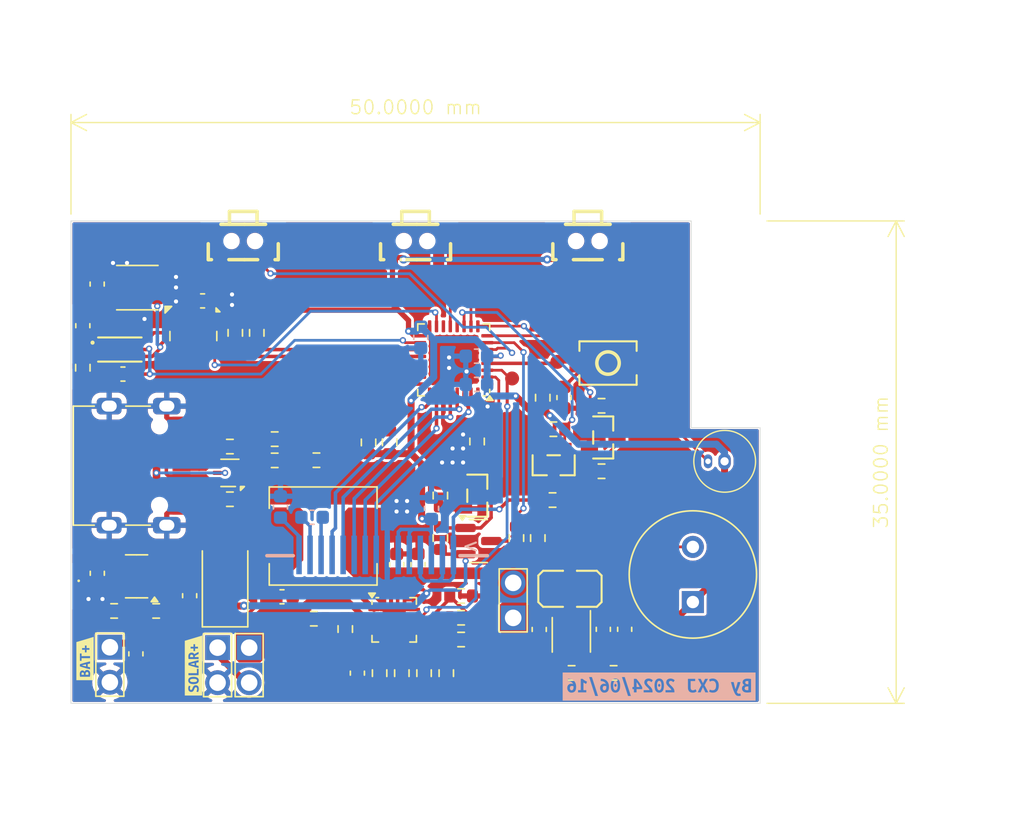
<source format=kicad_pcb>
(kicad_pcb (version 20240108) (generator "pcbnew") (generator_version "8.0")
  (layers (0 "F.Cu" signal) (31 "B.Cu" signal) (34 "B.Paste" user) (35 "F.Paste" user) (36 "B.SilkS" user "B.Silkscreen") (37 "F.SilkS" user "F.Silkscreen") (38 "B.Mask" user) (39 "F.Mask" user) (44 "Edge.Cuts" user))
  (net 0 "")
  (net 1 "+3.3V")
  (net 2 "Net-(BZ1-+)")
  (net 3 "Net-(J1-Pin_2)")
  (net 4 "GND")
  (net 5 "/Power/BAT+")
  (net 6 "Net-(U2-FB)")
  (net 7 "Net-(U1-VREF_SAMP)")
  (net 8 "Net-(J4-Pin_2)")
  (net 9 "/Power/VSTOR")
  (net 10 "+VIN")
  (net 11 "/MCU/NRST")
  (net 12 "/MCU/PB6")
  (net 13 "Net-(U9-XV0)")
  (net 14 "Net-(U9-XV)")
  (net 15 "Net-(U9-VG)")
  (net 16 "Net-(D1-K)")
  (net 17 "Net-(D2-A)")
  (net 18 "Net-(J1-Pin_1)")
  (net 19 "Net-(U1-LBST)")
  (net 20 "Net-(U2-L2)")
  (net 21 "Net-(U2-L1)")
  (net 22 "Net-(Q1-G)")
  (net 23 "Net-(Q1-D)")
  (net 24 "/MCU/PB7")
  (net 25 "Net-(Q3-D)")
  (net 26 "/MCU/PB3")
  (net 27 "Net-(Q4-D)")
  (net 28 "/MCU/PA3")
  (net 29 "/MCU/PA1")
  (net 30 "Net-(U3-CHRG)")
  (net 31 "Net-(U4-CC2)")
  (net 32 "Net-(R10-Pad1)")
  (net 33 "Net-(R11-Pad1)")
  (net 34 "Net-(U4-CC1)")
  (net 35 "Net-(U3-PROG)")
  (net 36 "Net-(U6-PH3)")
  (net 37 "/MCU/SWDIO")
  (net 38 "/MCU/SWCLK")
  (net 39 "/MCU/PA9")
  (net 40 "/MCU/PA10")
  (net 41 "Net-(U7-ADDR)")
  (net 42 "/peripherals/LED-")
  (net 43 "Net-(U1-VOC_SAMP)")
  (net 44 "Net-(U1-OK_HYST)")
  (net 45 "Net-(U1-VRDIV)")
  (net 46 "Net-(U1-OK_PROG)")
  (net 47 "Net-(U1-VBAT_OV)")
  (net 48 "Net-(U1-VBAT_UV)")
  (net 49 "/MCU/PA0")
  (net 50 "/MCU/PA8")
  (net 51 "/MCU/PA15")
  (net 52 "/MCU/PA2")
  (net 53 "/MCU/PB4")
  (net 57 "/MCU/PB1")
  (net 58 "/MCU/PB0")
  (net 59 "/MCU/PB5")
  (net 60 "/MCU/PC15")
  (net 61 "/MCU/PA5")
  (net 62 "/MCU/PC14")
  (net 63 "/MCU/PA4")
  (net 64 "/MCU/PA7")
  (net 65 "/MCU/PA6")
  (net 71 "/Power/USB-")
  (net 72 "/Power/USB+")
  (net 73 "/MCU/USB_P")
  (net 74 "/MCU/USB_N")
  (footprint "Package_SON:EPSON_CE-USON-10_USON-10_3.2x2.5mm_P0.7mm" (layer "F.Cu") (at 134.54 41.67125 -90)
    (property "Reference" "U10" (hide yes))
    (property "Value" "RX8900CE")
  )
  (footprint "Capacitor_SMD:C_0603_1608Metric" (layer "F.Cu") (at 146.44 66.13 -90)
    (property "Reference" "C4" (hide yes))
    (property "Value" "0.01uF")
  )
  (footprint "Resistor_SMD:R_0603_1608Metric" (layer "F.Cu") (at 137.58 41.44 90)
    (property "Reference" "R19" (hide yes))
    (property "Value" "5K")
  )
  (footprint "Resistor_SMD:R_0603_1608Metric" (layer "F.Cu") (at 151.2775 66.13 -90)
    (property "Reference" "RUV2" (hide yes))
    (property "Value" "5M")
  )
  (footprint "Package_DFN_QFN:VQFN-16-1EP_3x3mm_P0.5mm_EP1.68x1.68mm" (layer "F.Cu") (at 149.11 62.2625)
    (property "Reference" "U1" (hide yes))
    (property "Value" "BQ25504")
  )
  (footprint "My_Library:L2.2uh 2A" (layer "F.Cu") (at 161.863 60.01 180)
    (property "Reference" "L2" (hide yes))
    (property "Value" "2.2uH")
  )
  (footprint "Resistor_SMD:R_0603_1608Metric" (layer "F.Cu") (at 160.66 48.43)
    (property "Reference" "R24" (hide yes))
    (property "Value" "10K")
  )
  (footprint "LED_SMD:LED_0402_1005Metric" (layer "F.Cu") (at 126.22 58.34 90)
    (property "Reference" "D1" (hide yes))
    (property "Value" "LED")
  )
  (footprint "Resistor_SMD:R_0603_1608Metric" (layer "F.Cu") (at 148.0525 66.13 90)
    (property "Reference" "ROV1" (hide yes))
    (property "Value" "4.53M")
  )
  (footprint "Capacitor_SMD:C_0603_1608Metric" (layer "F.Cu") (at 135.21 39.12125)
    (property "Reference" "C19" (hide yes))
    (property "Value" "0.1uF")
  )
  (footprint "My_Library:TP" (layer "F.Cu") (at 161 43.57)
    (property "Reference" "TP8" (hide yes))
    (property "Value" "~")
  )
  (footprint "Package_TO_SOT_SMD:SOT-23" (layer "F.Cu") (at 155.2175 56.545)
    (property "Reference" "Q1" (hide yes))
    (property "Value" "AO3401")
  )
  (footprint "My_Library:SW-SMD_L4.7-W3.5-P3.35-EH" (layer "F.Cu") (at 163.16 35.061)
    (property "Reference" "SW3" (hide yes))
    (property "Value" "SW" (hide yes))
  )
  (footprint "Resistor_SMD:R_0603_1608Metric" (layer "F.Cu") (at 155.124 49.322 90)
    (property "Reference" "R15" (hide yes))
    (property "Value" "10K")
  )
  (footprint "Resistor_SMD:R_0603_1608Metric" (layer "F.Cu") (at 140.44 50.69)
    (property "Reference" "R10" (hide yes))
    (property "Value" "22")
  )
  (footprint "Resistor_SMD:R_0603_1608Metric" (layer "F.Cu") (at 153.965 63.69)
    (property "Reference" "ROK3" (hide yes))
    (property "Value" "3.48M")
  )
  (footprint "Package_SON:WSON-10-1EP_2.5x2.5mm_P0.5mm_EP1.2x2mm" (layer "F.Cu") (at 161.963 63.35 -90)
    (property "Reference" "U2" (hide yes))
    (property "Value" "RTL6150BGQW")
  )
  (footprint "Resistor_SMD:R_0603_1608Metric" (layer "F.Cu") (at 128.79 61.615 180)
    (property "Reference" "R13" (hide yes))
    (property "Value" "2K")
  )
  (footprint "Capacitor_SMD:C_0603_1608Metric" (layer "F.Cu") (at 134.27 60.51 90)
    (property "Reference" "C10" (hide yes))
    (property "Value" "4.7uF")
  )
  (footprint "My_Library:SW-SMD_L4.7-W3.5-P3.35-EH" (layer "F.Cu") (at 138.16 35.061)
    (property "Reference" "SW1" (hide yes))
    (property "Value" "SW" (hide yes))
  )
  (footprint "Package_DFN_QFN:QFN-32-1EP_5x5mm_P0.5mm_EP3.45x3.45mm" (layer "F.Cu") (at 153.43 43.4025 180)
    (property "Reference" "U6" (hide yes))
    (property "Value" "STM32L432KCUx")
  )
  (footprint "My_Library:2p_2.54" (layer "F.Cu") (at 138.46 65.55 -90)
    (property "Reference" "J1" (hide yes))
    (property "Value" "Solar Cell")
  )
  (footprint "Resistor_SMD:R_0603_1608Metric" (layer "F.Cu") (at 147.25 49.39 -90)
    (property "Reference" "R16" (hide yes))
    (property "Value" "10K")
  )
  (footprint "Resistor_SMD:R_0603_1608Metric" (layer "F.Cu") (at 157.98 56.33 90)
    (property "Reference" "R2" (hide yes))
    (property "Value" "20K")
  )
  (footprint "Package_DFN_QFN:DFN-6-1EP_3x3mm_P1mm_EP1.5x2.4mm" (layer "F.Cu") (at 130.475 38.16 180)
    (property "Reference" "U8" (hide yes))
    (property "Value" "HTU21D")
  )
  (footprint "Resistor_SMD:R_0603_1608Metric" (layer "F.Cu") (at 152.46 53.245 90)
    (property "Reference" "R3" (hide yes))
    (property "Value" "10K")
  )
  (footprint "Resistor_SMD:R_0603_1608Metric" (layer "F.Cu") (at 165.03 66.11 180)
    (property "Reference" "R5" (hide yes))
    (property "Value" "487K")
  )
  (footprint "Package_TO_SOT_SMD:SOT-666" (layer "F.Cu") (at 137.19 51.6 180)
    (property "Reference" "U5" (hide yes))
    (property "Value" "USBLC6-2P6")
  )
  (footprint "Resistor_SMD:R_0603_1608Metric" (layer "F.Cu") (at 145.56 62.93 90)
    (property "Reference" "ROC1" (hide yes))
    (property "Value" "15M")
  )
  (footprint "Resistor_SMD:R_0603_1608Metric" (layer "F.Cu") (at 164.155 46.73 180)
    (property "Reference" "R22" (hide yes))
    (property "Value" "10K")
  )
  (footprint "My_Library:TP" (layer "F.Cu") (at 148.8508 47.0654)
    (property "Reference" "TP7" (hide yes))
    (property "Value" "~")
  )
  (footprint "Resistor_SMD:R_0603_1608Metric" (layer "F.Cu") (at 143.47 50.68)
    (property "Reference" "R7" (hide yes))
    (property "Value" "1.5K")
  )
  (footprint "Resistor_SMD:R_0603_1608Metric" (layer "F.Cu") (at 148.78 49.38 -90)
    (property "Reference" "R17" (hide yes))
    (property "Value" "10K")
  )
  (footprint "Resistor_SMD:R_0603_1608Metric" (layer "F.Cu") (at 164.155 51.48)
    (property "Reference" "R21" (hide yes))
    (property "Value" "5K")
  )
  (footprint "My_Library:TP" (layer "F.Cu") (at 145.7908 50.4854)
    (property "Reference" "TP5" (hide yes))
    (property "Value" "~")
  )
  (footprint "Resistor_SMD:R_0603_1608Metric" (layer "F.Cu") (at 149.665 66.13 -90)
    (property "Reference" "ROV2" (hide yes))
    (property "Value" "5.62M")
  )
  (footprint "Capacitor_SMD:C_0603_1608Metric" (layer "F.Cu") (at 165.833 62.95 -90)
    (property "Reference" "C9" (hide yes))
    (property "Value" "0.1uF")
  )
  (footprint "My_Library:SOT-23-3_L2.9-W1.3-P1.90-LS2.4-BR" (layer "F.Cu") (at 160.68 51.0458 90)
    (property "Reference" "Q4" (hide yes))
    (property "Value" "BSN20_C558103")
  )
  (footprint "Resistor_SMD:R_0603_1608Metric" (layer "F.Cu") (at 160.6 53.57 180)
    (property "Reference" "R23" (hide yes))
    (property "Value" "5K")
  )
  (footprint "My_Library:2p_2.54" (layer "F.Cu") (at 128.353 65.52 -90)
    (property "Reference" "J3" (hide yes))
    (property "Value" "BAT")
  )
  (footprint "Resistor_SMD:R_0603_1608Metric" (layer "F.Cu") (at 126.52 43.97 90)
    (property "Reference" "R20" (hide yes))
    (property "Value" "100K")
  )
  (footprint "Resistor_SMD:R_0603_1608Metric" (layer "F.Cu") (at 137.19 49.69)
    (property "Reference" "R12" (hide yes))
    (property "Value" "5.1K")
  )
  (footprint "kibuzzard-666E9537" (layer "F.Cu") (at 134.55 65.578 90)
    (property "Reference" "kibuzzard-666E9537" (hide yes))
    (property "Value" "G***" (hide yes))
  )
  (footprint "My_Library:TP" (layer "F.Cu") (at 157.7148 44.7754)
    (property "Reference" "TP11" (hide yes))
    (property "Value" "~")
  )
  (footprint "Resistor_SMD:R_0603_1608Metric" (layer "F.Cu") (at 161.983 66.11 180)
    (property "Reference" "R6" (hide yes))
    (property "Value" "86.6K")
  )
  (footprint "Resistor_SMD:R_0603_1608Metric" (layer "F.Cu") (at 153.965 62.11 180)
    (property "Reference" "ROK2" (hide yes))
    (property "Value" "3.32M")
  )
  (footprint "Resistor_SMD:R_0603_1608Metric" (layer "F.Cu") (at 159.53 56.33 -90)
    (property "Reference" "R4" (hide yes))
    (property "Value" "20K")
  )
  (footprint "Capacitor_SMD:C_0603_1608Metric" (layer "F.Cu") (at 149.29 58.255 90)
    (property "Reference" "C5" (hide yes))
    (property "Value" "0.1uF")
  )
  (footprint "My_Library:WSOF-6_L2.6-W1.6-P0.50-TL-EP" (layer "F.Cu") (at 129.20525 42.65)
    (property "Reference" "U7" (hide yes))
    (property "Value" "BH1750FVI-TR" (hide yes))
  )
  (footprint "Capacitor_SMD:C_0603_1608Metric" (layer "F.Cu") (at 127.57 58.885 -90)
    (property "Reference" "C11" (hide yes))
    (property "Value" "4.7uF")
  )
  (footprint "Resistor_SMD:R_0603_1608Metric" (layer "F.Cu") (at 143.28 62.18 180)
    (property "Reference" "ROC2" (hide yes))
    (property "Value" "5M")
  )
  (footprint "Resistor_SMD:R_0603_1608Metric" (layer "F.Cu") (at 152.46 56.33 90)
    (property "Reference" "R1" (hide yes))
    (property "Value" "10K")
  )
  (footprint "Buzzer_Beeper:MagneticBuzzer_PUI_AT-0927-TT-6-R" (layer "F.Cu") (at 170.78 60.97 90)
    (property "Reference" "BZ1" (hide yes))
    (property "Value" "Buzzer")
  )
  (footprint "Capacitor_SMD:C_0603_1608Metric" (layer "F.Cu") (at 161.43 46.135 -90)
    (property "Reference" "C14" (hide yes))
    (property "Value" "104")
  )
  (footprint "My_Library:TP" (layer "F.Cu") (at 129.978 56.688)
    (property "Reference" "TP9" (hide yes))
    (property "Value" "~")
  )
  (footprint "My_Library:TP" (layer "F.Cu") (at 147.2808 47.0754)
    (property "Reference" "TP6" (hide yes))
    (property "Value" "~")
  )
  (footprint "My_Library:SOT-23-3_L2.9-W1.3-P1.90-LS2.4-BR" (layer "F.Cu") (at 164.27565 49.03 180)
    (property "Reference" "Q3" (hide yes))
    (property "Value" "BSN20_C558103")
  )
  (footprint "Capacitor_SMD:C_0603_1608Metric" (layer "F.Cu") (at 150.84 58.25 90)
    (property "Reference" "C6" (hide yes))
    (property "Value" "4.7uF")
  )
  (footprint "Resistor_SMD:R_0603_1608Metric" (layer "F.Cu") (at 140.44 49.15)
    (property "Reference" "R11" (hide yes))
    (property "Value" "22")
  )
  (footprint "My_Library:SW-SMD_L4.0-W2.9-LS5.0" (layer "F.Cu") (at 164.625 43.63)
    (property "Reference" "SW5" (hide yes))
    (property "Value" "SW")
  )
  (footprint "Resistor_SMD:R_0603_1608Metric" (layer "F.Cu") (at 137.19 53.51 180)
    (property "Reference" "R9" (hide yes))
    (property "Value" "5.1")
  )
  (footprint "Inductor_SMD:L_Chilisin_BMRx00060630" (layer "F.Cu") (at 143.955 56.18)
    (property "Reference" "L1" (hide yes))
    (property "Value" "22uH")
  )
  (footprint "Resistor_SMD:R_0603_1608Metric" (layer "F.Cu") (at 139.14 41.44 90)
    (property "Reference" "R18" (hide yes))
    (property "Value" "5K")
  )
  (footprint "Resistor_SMD:R_0603_1608Metric" (layer "F.Cu") (at 153.965 60.53 180)
    (property "Reference" "ROK1" (hide yes))
    (property "Value" "3.09M")
  )
  (footprint "Capacitor_SMD:C_0603_1608Metric" (layer "F.Cu") (at 127.56 37.9 90)
    (property "Reference" "C17" (hide yes))
    (property "Value" "0.1uF")
  )
  (footprint "My_Library:2p_2.54" (layer "F.Cu") (at 136.17 65.55 -90)
    (property "Reference" "J2" (hide yes))
    (property "Value" "Solar Cell")
  )
  (footprint "kibuzzard-666E94AD" (layer "F.Cu") (at 126.676 65.07 90)
    (property "Reference" "kibuzzard-666E94AD" (hide yes))
    (property "Value" "G***" (hide yes))
  )
  (footprint "Resistor_SMD:R_0603_1608Metric" (layer "F.Cu") (at 159.89 46.145 -90)
    (property "Reference" "R14" (hide yes))
    (property "Value" "10K")
  )
  (footprint "Diode_SMD:D_SMA" (layer "F.Cu") (at 136.84 59.26 90)
    (property "Reference" "D2" (hide yes))
    (property "Value" "1N5819")
  )
  (footprint "Resistor_SMD:R_0603_1608Metric" (layer "F.Cu") (at 152.89 66.13 90)
    (property "Reference" "RUV1" (hide yes))
    (property "Value" "5M")
  )
  (footprint "Capacitor_SMD:C_0603_1608Metric" (layer "F.Cu") (at 140.97 60.59)
    (property "Reference" "C1" (hide yes))
    (property "Value" "4.7uF")
  )
  (footprint "Capacitor_SMD:C_0603_1608Metric" (layer "F.Cu") (at 129.43 44.43 180)
    (property "Reference" "C16" (hide yes))
    (property "Value" "0.1uF")
  )
  (footprint "My_Library:typec 12" (layer "F.Cu") (at 130.399 50.82 -90)
    (property "Reference" "U4" (hide yes))
    (property "Value" "TYPE-C-31-M-12_母座")
  )
  (footprint "Package_TO_SOT_SMD:SOT-23-6" (layer "F.Cu") (at 130.42 59.105 180)
    (property "Reference" "U3" (hide yes))
    (property "Value" "TP4057")
  )
  (footprint "Capacitor_SMD:C_0603_1608Metric" (layer "F.Cu") (at 164.283 62.95 -90)
    (property "Reference" "C8" (hide yes))
    (property "Value" "20uF")
  )
  (footprint "My_Library:SW-TH_SW-18010P" (layer "F.Cu") (at 172.48 50.76)
    (property "Reference" "SW4" (hide yes))
    (property "Value" "SW-18010P")
  )
  (footprint "Capacitor_SMD:C_0603_1608Metric" (layer "F.Cu") (at 159.633 62.96 -90)
    (property "Reference" "C7" (hide yes))
    (property "Value" "10uF")
  )
  (footprint "Capacitor_SMD:C_0603_1608Metric" (layer "F.Cu") (at 130.37 64.73 -90)
    (property "Reference" "C2" (hide yes))
    (property "Value" "100uF")
  )
  (footprint "My_Library:TP" (layer "F.Cu") (at 142.9828 46.2994)
    (property "Reference" "TP4" (hide yes))
    (property "Value" "~")
  )
  (footprint "My_Library:SOT-23-3_L2.9-W1.3-P1.90-LS2.4-BR" (layer "F.Cu") (at 155.14 53.255 180)
    (property "Reference" "Q2" (hide yes))
    (property "Value" "BSN20_C558103")
  )
  (footprint "My_Library:2p_2.54" (layer "F.Cu") (at 157.87 60.85 90)
    (property "Reference" "J4" (hide yes))
    (property "Value" "Solar Cell")
  )
  (footprint "My_Library:TP" (layer "F.Cu") (at 166.98 64.92)
    (property "Reference" "TP10" (hide yes))
    (property "Value" "~")
  )
  (footprint "Capacitor_SMD:C_0603_1608Metric" (layer "F.Cu") (at 126.52 40.92 90)
    (property "Reference" "C15" (hide yes))
    (property "Value" "0.1uF")
  )
  (footprint "My_Library:SW-SMD_L4.7-W3.5-P3.35-EH" (layer "F.Cu") (at 150.66 35.061)
    (property "Reference" "SW2" (hide yes))
    (property "Value" "SW" (hide yes))
  )
  (footprint "Resistor_SMD:R_0603_1608Metric" (layer "F.Cu") (at 131.84 61.615)
    (property "Reference" "R8" (hide yes))
    (property "Value" "2K")
  )
  (footprint "kibuzzard-666E9566" (layer "B.Cu") (at 168.332 67.102 180)
    (property "Reference" "kibuzzard-666E9566" (hide yes))
    (property "Value" "G***" (hide yes))
  )
  (footprint "My_Library:MF1286403" (layer "B.Cu") (at 147.8065 56.9535 180)
    (property "Reference" "U9" (hide yes))
    (property "Value" "MF1286403" (hide yes))
  )
  (footprint "Capacitor_SMD:C_0603_1608Metric" (layer "B.Cu") (at 155.08 45.18 180)
    (property "Reference" "C12" (hide yes))
    (property "Value" "0.1uF")
  )
  (footprint "Capacitor_SMD:C_0603_1608Metric" (layer "B.Cu") (at 151.82 54.17 90)
    (property "Reference" "C18" (hide yes))
    (property "Value" "0.1uF")
  )
  (footprint "Capacitor_SMD:C_0603_1608Metric" (layer "B.Cu") (at 151.04 41.77 -90)
    (property "Reference" "C13" (hide yes))
    (property "Value" "0.1uF")
  )
  (footprint "Capacitor_SMD:C_0603_1608Metric" (layer "B.Cu") (at 143.15 54.82 180)
    (property "Reference" "C20" (hide yes))
    (property "Value" "NC")
  )
  (footprint "Capacitor_SMD:C_0603_1608Metric" (layer "B.Cu") (at 140.86 54.07 90)
    (property "Reference" "C21" (hide yes))
    (property "Value" "NC")
  )
  (footprint "Capacitor_SMD:C_0603_1608Metric" (layer "B.Cu") (at 155.08 43.13 180)
    (property "Reference" "C22" (hide yes))
    (property "Value" "0.1uF")
  )
  (gr_line (start 175.66 68.32) (end 175.66 48.32) (stroke (width 0.05)) (layer "Edge.Cuts"))
  (gr_line (start 170.66 48.32) (end 175.66 48.32) (stroke (width 0.05)) (layer "Edge.Cuts"))
  (gr_line (start 175.66 68.32) (end 125.66 68.32) (stroke (width 0.05)) (layer "Edge.Cuts"))
  (gr_line (start 125.66 33.32) (end 125.66 68.32) (stroke (width 0.05)) (layer "Edge.Cuts"))
  (gr_line (start 170.66 33.32) (end 170.66 48.32) (stroke (width 0.05)) (layer "Edge.Cuts"))
  (gr_line (start 125.66 33.32) (end 170.66 33.32) (stroke (width 0.05)) (layer "Edge.Cuts"))
  (gr_text ">" (at 155.378 57.45 0) (layer "B.SilkS") (effects (font (size 1 1)) (justify left bottom mirror)))
  (dimension (type aligned) (layer "F.SilkS") (pts (xy 175.66 33.32) (xy 175.66 68.32)) (height -9.87) (gr_text "35.0000 mm" (at 184.43 50.82 90) (layer "F.SilkS") (effects (font (size 1 1) (thickness 0.1)))) (format (prefix "") (suffix "") (units 3) (units_format 1) (precision 4)) (style (thickness 0.1) (arrow_length 1.27) (text_position_mode 0) (extension_height 0.58642) (extension_offset 0.5) keep_text_aligned))
  (dimension (type aligned) (layer "F.SilkS") (pts (xy 125.66 33.32) (xy 175.66 33.32)) (height -7.14) (gr_text "50.0000 mm" (at 150.66 25.08 0) (layer "F.SilkS") (effects (font (size 1 1) (thickness 0.1)))) (format (prefix "") (suffix "") (units 3) (units_format 1) (precision 4)) (style (thickness 0.1) (arrow_length 1.27) (text_position_mode 0) (extension_height 0.58642) (extension_offset 0.5) keep_text_aligned))
  (segment (start 150.15 41.32) (end 150.15 40.538) (width 0.381) (layer "F.Cu") (net 1))
  (segment (start 165.833 62.175) (end 169.575 62.175) (width 0.508) (layer "F.Cu") (net 1))
  (segment (start 165.858 66.052) (end 166.96 64.95) (width 0.254) (layer "F.Cu") (net 1))
  (segment (start 147.26 50.205) (end 147.25 50.215) (width 0.508) (layer "F.Cu") (net 1))
  (segment (start 160.204 36.114) (end 161.349 36.114) (width 0.381) (layer "F.Cu") (net 1))
  (segment (start 127.47 38.665) (end 127.47 40.91) (width 0.254) (layer "F.Cu") (net 1))
  (segment (start 151.1 54.89) (end 151.1 50.97) (width 0.508) (layer "F.Cu") (net 1))
  (segment (start 149.407 39.795) (end 148.985 39.373) (width 0.381) (layer "F.Cu") (net 1))
  (segment (start 127.47 40.91) (end 126.685 41.695) (width 0.254) (layer "F.Cu") (net 1))
  (segment (start 148.78 50.205) (end 147.26 50.205) (width 0.508) (layer "F.Cu") (net 1))
  (segment (start 139.96 39.74) (end 137.83 37.61) (width 0.381) (layer "F.Cu") (net 1))
  (segment (start 139.96 39.795) (end 139.14 40.615) (width 0.381) (layer "F.Cu") (net 1))
  (segment (start 166.96 64.95) (end 166.96 63.302) (width 0.254) (layer "F.Cu") (net 1))
  (segment (start 151.13 54.92) (end 151.1 54.89) (width 0.508) (layer "F.Cu") (net 1))
  (segment (start 160.36 47.44) (end 159.89 46.97) (width 0.508) (layer "F.Cu") (net 1))
  (segment (start 134.435 38.225) (end 134.435 39.12125) (width 0.381) (layer "F.Cu") (net 1))
  (segment (start 148.985 35.978) (end 149.654 35.978) (width 0.381) (layer "F.Cu") (net 1))
  (segment (start 173.08 58.67) (end 170.78 60.97) (width 0.508) (layer "F.Cu") (net 1))
  (segment (start 139.96 39.795) (end 139.96 39.74) (width 0.381) (layer "F.Cu") (net 1))
  (segment (start 151.1 50.97) (end 150.335 50.205) (width 0.508) (layer "F.Cu") (net 1))
  (segment (start 135.05 37.61) (end 137.83 37.61) (width 0.381) (layer "F.Cu") (net 1))
  (segment (start 129.005 38.145) (end 128.09 38.145) (width 0.254) (layer "F.Cu") (net 1))
  (segment (start 144.295 50.68) (end 145.52 50.68) (width 0.508) (layer "F.Cu") (net 1))
  (segment (start 139.96 39.795) (end 149.407 39.795) (width 0.381) (layer "F.Cu") (net 1))
  (segment (start 156.7675 43.1525) (end 155.8675 43.1525) (width 0.254) (layer "F.Cu") (net 1))
  (segment (start 135.05 37.61) (end 134.435 38.225) (width 0.381) (layer "F.Cu") (net 1))
  (segment (start 127.57 38.665) (end 127.47 38.665) (width 0.254) (layer "F.Cu") (net 1))
  (segment (start 166.96 63.302) (end 165.833 62.175) (width 0.254) (layer "F.Cu") (net 1))
  (segment (start 127.03 35.54) (end 126.55 36.02) (width 0.381) (layer "F.Cu") (net 1))
  (segment (start 150.9925 41.6525) (end 150.4825 41.6525) (width 0.254) (layer "F.Cu") (net 1))
  (segment (start 156.83 43.09) (end 156.7675 43.1525) (width 0.254) (layer "F.Cu") (net 1))
  (segment (start 161.349 36.114) (end 161.485 35.978) (width 0.381) (layer "F.Cu") (net 1))
  (segment (start 135.24 40.62125) (end 135.24 39.92625) (width 0.254) (layer "F.Cu") (net 1))
  (segment (start 173.08 50.76) (end 173.08 58.67) (width 0.508) (layer "F.Cu") (net 1))
  (segment (start 126.55 36.02) (end 126.55 38.43) (width 0.381) (layer "F.Cu") (net 1))
  (segment (start 139.14 40.615) (end 137.58 40.615) (width 0.381) (layer "F.Cu") (net 1))
  (segment (start 150.15 40.538) (end 149.407 39.795) (width 0.381) (layer "F.Cu") (net 1))
  (segment (start 145.52 50.68) (end 145.74 50.46) (width 0.508) (layer "F.Cu") (net 1))
  (segment (start 149.654 35.978) (end 149.79 36.114) (width 0.381) (layer "F.Cu") (net 1))
  (segment (start 126.55 38.43) (end 126.785 38.665) (width 0.381) (layer "F.Cu") (net 1))
  (segment (start 145.985 50.215) (end 145.74 50.46) (width 0.508) (layer "F.Cu") (net 1))
  (segment (start 128.09 38.145) (end 127.57 38.665) (width 0.254) (layer "F.Cu") (net 1))
  (segment (start 165.858 66.06) (end 165.858 66.052) (width 0.254) (layer "F.Cu") (net 1))
  (segment (start 134.54 40.62125) (end 134.54 39.22625) (width 0.254) (layer "F.Cu") (net 1))
  (segment (start 126.685 41.695) (end 126.52 41.695) (width 0.254) (layer "F.Cu") (net 1))
  (segment (start 155.86 45.89) (end 155.86 45.16) (width 0.254) (layer "F.Cu") (net 1))
  (segment (start 157.918 46.02) (end 158.868 46.97) (width 0.508) (layer "F.Cu") (net 1))
  (segment (start 169.575 62.175) (end 170.78 60.97) (width 0.508) (layer "F.Cu") (net 1))
  (segment (start 135.05 37.61) (end 132.98 35.54) (width 0.381) (layer "F.Cu") (net 1))
  (segment (start 148.985 39.373) (end 148.985 35.978) (width 0.381) (layer "F.Cu") (net 1))
  (segment (start 132.98 35.54) (end 127.03 35.54) (width 0.381) (layer "F.Cu") (net 1))
  (segment (start 127.77825 42.15) (end 126.975 42.15) (width 0.254) (layer "F.Cu") (net 1))
  (segment (start 150.335 50.205) (end 150.335 46.355) (width 0.508) (layer "F.Cu") (net 1))
  (segment (start 147.25 50.215) (end 145.985 50.215) (width 0.508) (layer "F.Cu") (net 1))
  (segment (start 126.975 42.15) (end 126.52 41.695) (width 0.254) (layer "F.Cu") (net 1))
  (segment (start 136.485 35.978) (end 136.485 37.005) (width 0.381) (layer "F.Cu") (net 1))
  (segment (start 155.86 45.16) (end 155.8675 45.1525) (width 0.254) (layer "F.Cu") (net 1))
  (segment (start 158.868 46.97) (end 159.89 46.97) (width 0.508) (layer "F.Cu") (net 1))
  (segment (start 160.41 47.44) (end 160.36 47.44) (width 0.508) (layer "F.Cu") (net 1))
  (segment (start 150.335 50.205) (end 148.78 50.205) (width 0.508) (layer "F.Cu") (net 1))
  (segment (start 135.24 39.92625) (end 134.435 39.12125) (width 0.254) (layer "F.Cu") (net 1))
  (segment (start 126.785 38.665) (end 127.47 38.665) (width 0.381) (layer "F.Cu") (net 1))
  (segment (start 136.485 37.005) (end 137.09 37.61) (width 0.381) (layer "F.Cu") (net 1))
  (segment (start 150.4825 41.6525) (end 150.15 41.32) (width 0.254) (layer "F.Cu") (net 1))
  (via (at 151.13 54.92) (size 0.4572) (drill 0.254) (layers "F.Cu" "B.Cu") (net 1))
  (via (at 149.79 36.114) (size 0.6) (drill 0.3) (layers "F.Cu" "B.Cu") (net 1))
  (via (at 160.41 47.44) (size 0.4572) (drill 0.254) (layers "F.Cu" "B.Cu") (net 1))
  (via (at 150.335 46.355) (size 0.4572) (drill 0.254) (layers "F.Cu" "B.Cu") (net 1))
  (via (at 157.918 46.02) (size 0.4572) (drill 0.254) (layers "F.Cu" "B.Cu") (net 1))
  (via (at 160.204 36.114) (size 0.6) (drill 0.3) (layers "F.Cu" "B.Cu") (net 1))
  (via (at 150.15 41.32) (size 0.4572) (drill 0.254) (layers "F.Cu" "B.Cu") (net 1))
  (via (at 156.83 43.09) (size 0.4572) (drill 0.254) (layers "F.Cu" "B.Cu") (net 1))
  (via (at 155.86 45.89) (size 0.4572) (drill 0.254) (layers "F.Cu" "B.Cu") (net 1))
  (segment (start 151.8065 54.9585) (end 151.82 54.945) (width 0.254) (layer "B.Cu") (net 1))
  (segment (start 151.805 54.96) (end 151.82 54.945) (width 0.508) (layer "B.Cu") (net 1))
  (segment (start 172.49 49.52) (end 162.49 49.52) (width 0.508) (layer "B.Cu") (net 1))
  (segment (start 162.49 49.52) (end 160.41 47.44) (width 0.508) (layer "B.Cu") (net 1))
  (segment (start 157.918 46.02) (end 155.99 46.02) (width 0.508) (layer "B.Cu") (net 1))
  (segment (start 149.59 55.7) (end 150.43 55.7) (width 0.254) (layer "B.Cu") (net 1))
  (segment (start 151.975 44.645) (end 151.975 41.93) (width 0.508) (layer "B.Cu") (net 1))
  (segment (start 150.2065 55.9235) (end 150.43 55.7) (width 0.254) (layer "B.Cu") (net 1))
  (segment (start 149.4065 55.8835) (end 149.59 55.7) (width 0.254) (layer "B.Cu") (net 1))
  (segment (start 151.17 54.96) (end 151.805 54.96) (width 0.508) (layer "B.Cu") (net 1))
  (segment (start 151.8065 55.89) (end 151.8065 54.9585) (width 0.254) (layer "B.Cu") (net 1))
  (segment (start 173.08 50.11) (end 172.49 49.52) (width 0.508) (layer "B.Cu") (net 1))
  (segment (start 155.99 46.02) (end 155.86 45.89) (width 0.508) (layer "B.Cu") (net 1))
  (segment (start 155.86 45.89) (end 155.86 45.195) (width 0.508) (layer "B.Cu") (net 1))
  (segment (start 149.4065 57.5535) (end 149.4065 55.8835) (width 0.254) (layer "B.Cu") (net 1))
  (segment (start 155.855 43.13) (end 155.855 45.18) (width 0.508) (layer "B.Cu") (net 1))
  (segment (start 150.335 46.285) (end 151.975 44.645) (width 0.508) (layer "B.Cu") (net 1))
  (segment (start 155.86 45.195) (end 155.855 45.19) (width 0.254) (layer "B.Cu") (net 1))
  (segment (start 151.8065 57.5535) (end 151.8065 55.89) (width 0.254) (layer "B.Cu") (net 1))
  (segment (start 150.335 46.355) (end 150.335 46.285) (width 0.508) (layer "B.Cu") (net 1))
  (segment (start 173.08 50.76) (end 173.08 50.11) (width 0.508) (layer "B.Cu") (net 1))
  (segment (start 151.975 41.93) (end 151.04 40.995) (width 0.508) (layer "B.Cu") (net 1))
  (segment (start 156.79 43.13) (end 155.855 43.13) (width 0.254) (layer "B.Cu") (net 1))
  (segment (start 155.855 43.13) (end 155.855 42.765) (width 0.508) (layer "B.Cu") (net 1))
  (segment (start 155.855 42.765) (end 155.02 41.93) (width 0.508) (layer "B.Cu") (net 1))
  (segment (start 156.83 43.09) (end 156.79 43.13) (width 0.254) (layer "B.Cu") (net 1))
  (segment (start 150.43 55.7) (end 151.6165 55.7) (width 0.254) (layer "B.Cu") (net 1))
  (segment (start 151.6165 55.7) (end 151.8065 55.89) (width 0.254) (layer "B.Cu") (net 1))
  (segment (start 150.715 41.32) (end 151.04 40.995) (width 0.508) (layer "B.Cu") (net 1))
  (segment (start 150.2065 57.5535) (end 150.2065 55.9235) (width 0.254) (layer "B.Cu") (net 1))
  (segment (start 149.79 36.114) (end 160.204 36.114) (width 0.381) (layer "B.Cu") (net 1))
  (segment (start 151.13 54.92) (end 151.17 54.96) (width 0.508) (layer "B.Cu") (net 1))
  (segment (start 155.02 41.93) (end 151.975 41.93) (width 0.508) (layer "B.Cu") (net 1))
  (segment (start 150.15 41.32) (end 150.715 41.32) (width 0.508) (layer "B.Cu") (net 1))
  (segment (start 168.79 56.97) (end 170.78 56.97) (width 0.2) (layer "F.Cu") (net 2))
  (segment (start 164.98 51.48) (end 164.98 53.16) (width 0.2) (layer "F.Cu") (net 2))
  (segment (start 164.98 53.16) (end 168.79 56.97) (width 0.2) (layer "F.Cu") (net 2))
  (segment (start 138.34 66.82) (end 138.587 66.82) (width 0.508) (layer "F.Cu") (net 3))
  (segment (start 136.297 64.28) (end 136.297 64.777) (width 0.508) (layer "F.Cu") (net 3))
  (segment (start 136.297 64.777) (end 138.34 66.82) (width 0.508) (layer "F.Cu") (net 3))
  (segment (start 137.344 50.361) (end 138.015 49.69) (width 0.254) (layer "F.Cu") (net 4))
  (segment (start 155.18 46.215896) (end 155.18 45.84) (width 0.254) (layer "F.Cu") (net 4))
  (segment (start 141.745 60.59) (end 141.745 59.907) (width 0.381) (layer "F.Cu") (net 4))
  (segment (start 137.606 51.6) (end 137.598 51.608) (width 0.254) (layer "F.Cu") (net 4))
  (segment (start 137.344 51.354) (end 137.344 50.361) (width 0.254) (layer "F.Cu") (net 4))
  (segment (start 141.745 59.907) (end 141.916 59.736) (width 0.381) (layer "F.Cu") (net 4))
  (segment (start 141.916 59.736) (end 145.8865 59.736) (width 0.381) (layer "F.Cu") (net 4))
  (segment (start 138.115 51.6) (end 137.606 51.6) (width 0.254) (layer "F.Cu") (net 4))
  (segment (start 127.77825 43.15) (end 128.70525 43.15) (width 0.254) (layer "F.Cu") (net 4))
  (segment (start 155.18 45.84) (end 155.18 46.076) (width 0.254) (layer "F.Cu") (net 4))
  (segment (start 155.18 46.076) (end 155.886 46.782) (width 0.254) (layer "F.Cu") (net 4))
  (segment (start 128.70525 43.15) (end 129.20525 42.65) (width 0.254) (layer "F.Cu") (net 4))
  (segment (start 145.8865 59.736) (end 147.6475 61.497) (width 0.381) (layer "F.Cu") (net 4))
  (segment (start 137.598 51.608) (end 137.344 51.354) (width 0.254) (layer "F.Cu") (net 4))
  (via (at 153.092 43.226) (size 0.6) (drill 0.3) (layers "F.Cu" "B.Cu") (net 4))
  (via (at 153.346 49.83) (size 0.6) (drill 0.3) (layers "F.Cu" "B.Cu") (net 4))
  (via (at 150.044 54.402) (size 0.6) (drill 0.3) (layers "F.Cu" "B.Cu") (net 4))
  (via (at 127.946 60.752) (size 0.6) (drill 0.3) (layers "F.Cu" "B.Cu") (net 4))
  (via (at 154.362 44.242) (size 0.6) (drill 0.3) (layers "F.Cu" "B.Cu") (net 4))
  (via (at 133.28 37.384) (size 0.6) (drill 0.3) (layers "F.Cu" "B.Cu") (net 4))
  (via (at 154.108 49.83) (size 0.6) (drill 0.3) (layers "F.Cu" "B.Cu") (net 4))
  (via (at 128.708 36.368) (size 0.6) (drill 0.3) (layers "F.Cu" "B.Cu") (net 4))
  (via (at 153.092 43.988) (size 0.6) (drill 0.3) (layers "F.Cu" "B.Cu") (net 4))
  (via (at 129.724 36.368) (size 0.6) (drill 0.3) (layers "F.Cu" "B.Cu") (net 4))
  (via (at 152.584 50.846) (size 0.6) (drill 0.3) (layers "F.Cu" "B.Cu") (net 4))
  (via (at 133.28 39.162) (size 0.6) (drill 0.3) (layers "F.Cu" "B.Cu") (net 4))
  (via (at 130.994 40.432) (size 0.6) (drill 0.3) (layers "F.Cu" "B.Cu") (net 4))
  (via (at 155.886 46.782) (size 0.6) (drill 0.3) (layers "F.Cu" "B.Cu") (net 4))
  (via (at 149.282 54.402) (size 0.6) (drill 0.3) (layers "F.Cu" "B.Cu") (net 4))
  (via (at 137.344 39.416) (size 0.6) (drill 0.3) (layers "F.Cu" "B.Cu") (net 4))
  (via (at 154.108 48.814) (size 0.6) (drill 0.3) (layers "F.Cu" "B.Cu") (net 4))
  (via (at 153.346 50.846) (size 0.6) (drill 0.3) (layers "F.Cu" "B.Cu") (net 4))
  (via (at 137.344 38.654) (size 0.6) (drill 0.3) (layers "F.Cu" "B.Cu") (net 4))
  (via (at 133.28 38.146) (size 0.6) (drill 0.3) (layers "F.Cu" "B.Cu") (net 4))
  (via (at 150.044 53.64) (size 0.6) (drill 0.3) (layers "F.Cu" "B.Cu") (net 4))
  (via (at 126.93 60.752) (size 0.6) (drill 0.3) (layers "F.Cu" "B.Cu") (net 4))
  (via (at 154.108 50.846) (size 0.6) (drill 0.3) (layers "F.Cu" "B.Cu") (net 4))
  (via (at 149.282 53.64) (size 0.6) (drill 0.3) (layers "F.Cu" "B.Cu") (net 4))
  (segment (start 133.075 63.955) (end 130.37 63.955) (width 0.508) (layer "F.Cu") (net 5))
  (segment (start 149.36 60.2) (end 149.36 60.8) (width 0.254) (layer "F.Cu") (net 5))
  (segment (start 149.5 60.06) (end 149.36 60.2) (width 0.254) (layer "F.Cu") (net 5))
  (segment (start 136.84 61.26) (end 138.19 61.26) (width 0.508) (layer "F.Cu") (net 5))
  (segment (start 136.84 61.26) (end 136.815 61.285) (width 0.508) (layer "F.Cu") (net 5))
  (segment (start 128.775 63.955) (end 128.48 64.25) (width 0.508) (layer "F.Cu") (net 5))
  (segment (start 134.27 62.76) (end 133.075 63.955) (width 0.508) (layer "F.Cu") (net 5))
  (segment (start 154.28 57.495) (end 154.28 57.98) (width 0.254) (layer "F.Cu") (net 5))
  (segment (start 130.37 63.955) (end 128.775 63.955) (width 0.508) (layer "F.Cu") (net 5))
  (segment (start 151.475 60.335) (end 151.2 60.06) (width 0.254) (layer "F.Cu") (net 5))
  (segment (start 138.19 61.26) (end 138.21 61.24) (width 0.508) (layer "F.Cu") (net 5))
  (segment (start 136.815 61.285) (end 134.27 61.285) (width 0.508) (layer "F.Cu") (net 5))
  (segment (start 154.28 57.495) (end 152.8 57.495) (width 0.254) (layer "F.Cu") (net 5))
  (segment (start 152.8 57.495) (end 152.46 57.155) (width 0.254) (layer "F.Cu") (net 5))
  (segment (start 154.28 57.98) (end 154.29 57.99) (width 0.254) (layer "F.Cu") (net 5))
  (segment (start 151.2 60.06) (end 149.5 60.06) (width 0.254) (layer "F.Cu") (net 5))
  (segment (start 134.27 61.285) (end 134.27 62.76) (width 0.508) (layer "F.Cu") (net 5))
  (via (at 138.21 61.24) (size 0.6) (drill 0.3) (layers "F.Cu" "B.Cu") (net 5))
  (via (at 154.29 57.99) (size 0.4572) (drill 0.254) (layers "F.Cu" "B.Cu") (net 5))
  (via (at 151.46 60.34) (size 0.4572) (drill 0.254) (layers "F.Cu" "B.Cu") (net 5))
  (segment (start 151.71 60.1) (end 153.78 60.1) (width 0.254) (layer "B.Cu") (net 5))
  (segment (start 151.475 60.335) (end 151.47 60.34) (width 0.508) (layer "B.Cu") (net 5))
  (segment (start 151.46 60.34) (end 151.46 60.35) (width 0.508) (layer "B.Cu") (net 5))
  (segment (start 151.46 60.35) (end 150.57 61.24) (width 0.508) (layer "B.Cu") (net 5))
  (segment (start 151.475 60.335) (end 151.71 60.1) (width 0.254) (layer "B.Cu") (net 5))
  (segment (start 151.47 60.34) (end 151.46 60.34) (width 0.508) (layer "B.Cu") (net 5))
  (segment (start 153.78 60.1) (end 154.29 59.59) (width 0.254) (layer "B.Cu") (net 5))
  (segment (start 150.57 61.24) (end 138.21 61.24) (width 0.508) (layer "B.Cu") (net 5))
  (segment (start 154.29 59.59) (end 154.29 57.99) (width 0.254) (layer "B.Cu") (net 5))
  (segment (start 162.963 65.955) (end 162.808 66.11) (width 0.254) (layer "F.Cu") (net 6))
  (segment (start 162.963 64.5625) (end 162.963 65.955) (width 0.254) (layer "F.Cu") (net 6))
  (segment (start 164.205 66.11) (end 162.808 66.11) (width 0.254) (layer "F.Cu") (net 6))
  (segment (start 146.8075 63.0125) (end 146.44 63.38) (width 0.254) (layer "F.Cu") (net 7))
  (segment (start 146.44 63.38) (end 146.44 65.355) (width 0.254) (layer "F.Cu") (net 7))
  (segment (start 147.6475 63.0125) (end 146.8075 63.0125) (width 0.254) (layer "F.Cu") (net 7))
  (segment (start 157.743 59.58) (end 157.188 59.025) (width 0.508) (layer "F.Cu") (net 8))
  (segment (start 150.835 59.03) (end 150.84 59.025) (width 0.381) (layer "F.Cu") (net 8))
  (segment (start 160.47 64.41) (end 160.47 62.46) (width 0.254) (layer "F.Cu") (net 9))
  (segment (start 160.963 65.111) (end 160.963 64.5625) (width 0.254) (layer "F.Cu") (net 9))
  (segment (start 160.963 64.5625) (end 160.6225 64.5625) (width 0.254) (layer "F.Cu") (net 9))
  (segment (start 160.7925 62.1375) (end 160.963 62.1375) (width 0.254) (layer "F.Cu") (net 9))
  (segment (start 160.47 62.46) (end 160.7925 62.1375) (width 0.254) (layer "F.Cu") (net 9))
  (segment (start 161.963 64.5625) (end 161.963 65.127) (width 0.254) (layer "F.Cu") (net 9))
  (segment (start 161.963 65.127) (end 161.782 65.308) (width 0.254) (layer "F.Cu") (net 9))
  (segment (start 160.6225 64.5625) (end 160.47 64.41) (width 0.254) (layer "F.Cu") (net 9))
  (segment (start 161.782 65.308) (end 161.16 65.308) (width 0.254) (layer "F.Cu") (net 9))
  (segment (start 161.16 65.308) (end 160.963 65.111) (width 0.254) (layer "F.Cu") (net 9))
  (segment (start 136.836 51.6) (end 136.265 51.6) (width 0.254) (layer "F.Cu") (net 10))
  (via (at 131.85 51.6) (size 0.4572) (drill 0.254) (layers "F.Cu" "B.Cu") (net 10))
  (via (at 136.836 51.6) (size 0.4572) (drill 0.254) (layers "F.Cu" "B.Cu") (net 10))
  (segment (start 136.836 51.6) (end 131.85 51.6) (width 0.2) (layer "B.Cu") (net 10))
  (segment (start 160.9492 43.5446) (end 160.8413 43.6525) (width 0.254) (layer "F.Cu") (net 11))
  (segment (start 160.9492 43.5446) (end 162.5046 43.5446) (width 0.254) (layer "F.Cu") (net 11))
  (segment (start 161.43 45.36) (end 162.59 44.2) (width 0.254) (layer "F.Cu") (net 11))
  (segment (start 162.5046 43.5446) (end 162.59 43.63) (width 0.254) (layer "F.Cu") (net 11))
  (segment (start 162.59 44.2) (end 162.59 43.63) (width 0.254) (layer "F.Cu") (net 11))
  (segment (start 161.39 45.32) (end 161.43 45.36) (width 0.254) (layer "F.Cu") (net 11))
  (segment (start 160.8413 43.6525) (end 155.8675 43.6525) (width 0.254) (layer "F.Cu") (net 11))
  (segment (start 159.89 45.32) (end 161.39 45.32) (width 0.254) (layer "F.Cu") (net 11))
  (segment (start 153.83 46.98) (end 153.68 46.83) (width 0.254) (layer "F.Cu") (net 12))
  (segment (start 153.68 46.83) (end 153.68 45.84) (width 0.254) (layer "F.Cu") (net 12))
  (via (at 153.83 46.98) (size 0.4572) (drill 0.254) (layers "F.Cu" "B.Cu") (net 12))
  (segment (start 145.4065 53.3835) (end 145.4065 57.5535) (width 0.254) (layer "B.Cu") (net 12))
  (segment (start 153.83 46.98) (end 151.81 46.98) (width 0.254) (layer "B.Cu") (net 12))
  (segment (start 151.81 46.98) (end 145.4065 53.3835) (width 0.254) (layer "B.Cu") (net 12))
  (segment (start 143.8065 57.5535) (end 143.8065 54.9385) (width 0.254) (layer "B.Cu") (net 13))
  (segment (start 143.8065 54.9385) (end 143.925 54.82) (width 0.254) (layer "B.Cu") (net 13))
  (segment (start 143.0065 55.4515) (end 142.375 54.82) (width 0.254) (layer "B.Cu") (net 14))
  (segment (start 143.0065 57.5535) (end 143.0065 55.4515) (width 0.254) (layer "B.Cu") (net 14))
  (segment (start 142.2065 57.5535) (end 142.2065 56.1915) (width 0.254) (layer "B.Cu") (net 15))
  (segment (start 142.2065 56.1915) (end 140.86 54.845) (width 0.254) (layer "B.Cu") (net 15))
  (segment (start 131.015 61.615) (end 130.05 62.58) (width 0.254) (layer "F.Cu") (net 16))
  (segment (start 126.22 61.28) (end 126.22 58.825) (width 0.254) (layer "F.Cu") (net 16))
  (segment (start 130.05 62.58) (end 127.52 62.58) (width 0.254) (layer "F.Cu") (net 16))
  (segment (start 127.52 62.58) (end 126.22 61.28) (width 0.254) (layer "F.Cu") (net 16))
  (segment (start 133.585 58.155) (end 131.5575 58.155) (width 0.508) (layer "F.Cu") (net 17))
  (segment (start 136.84 57.26) (end 134.48 57.26) (width 0.508) (layer "F.Cu") (net 17))
  (segment (start 134.48 57.26) (end 133.585 58.155) (width 0.508) (layer "F.Cu") (net 17))
  (segment (start 156.1408 54.8492) (end 156.1408 53.255) (width 0.254) (layer "F.Cu") (net 22))
  (segment (start 154.28 55.595) (end 152.55 55.595) (width 0.254) (layer "F.Cu") (net 22))
  (segment (start 152.55 55.595) (end 152.46 55.505) (width 0.254) (layer "F.Cu") (net 22))
  (segment (start 155.395 55.595) (end 156.1408 54.8492) (width 0.254) (layer "F.Cu") (net 22))
  (segment (start 154.28 55.595) (end 155.395 55.595) (width 0.254) (layer "F.Cu") (net 22))
  (segment (start 157.37 56.545) (end 157.98 57.155) (width 0.254) (layer "F.Cu") (net 23))
  (segment (start 156.155 56.545) (end 157.37 56.545) (width 0.254) (layer "F.Cu") (net 23))
  (segment (start 154.5 46.82) (end 154.18 46.5) (width 0.254) (layer "F.Cu") (net 24))
  (segment (start 154.18 46.5) (end 154.18 45.84) (width 0.254) (layer "F.Cu") (net 24))
  (segment (start 154.5 47.18) (end 154.5 46.82) (width 0.254) (layer "F.Cu") (net 24))
  (via (at 154.5 47.18) (size 0.4572) (drill 0.254) (layers "F.Cu" "B.Cu") (net 24))
  (segment (start 154.5 47.18) (end 154.42 47.18) (width 0.254) (layer "B.Cu") (net 24))
  (segment (start 154.42 47.18) (end 147.8065 53.7935) (width 0.254) (layer "B.Cu") (net 24))
  (segment (start 147.8065 53.7935) (end 147.8065 57.5535) (width 0.254) (layer "B.Cu") (net 24))
  (segment (start 163.33 51.48) (end 165.27645 49.53355) (width 0.2) (layer "F.Cu") (net 25))
  (segment (start 165.27645 49.53355) (end 165.27645 49.03) (width 0.2) (layer "F.Cu") (net 25))
  (segment (start 152.18 48.37) (end 152.18 45.84) (width 0.254) (layer "F.Cu") (net 26))
  (via (at 152.18 48.37) (size 0.4572) (drill 0.254) (layers "F.Cu" "B.Cu") (net 26))
  (segment (start 152.18 48.37) (end 152.18 48.41) (width 0.254) (layer "B.Cu") (net 26))
  (segment (start 152.18 48.41) (end 147.0065 53.5835) (width 0.254) (layer "B.Cu") (net 26))
  (segment (start 147.0065 53.5835) (end 147.0065 57.5535) (width 0.254) (layer "B.Cu") (net 26))
  (segment (start 160.68 52.825) (end 161.425 53.57) (width 0.2) (layer "F.Cu") (net 27))
  (segment (start 160.68 52.0466) (end 160.68 52.825) (width 0.2) (layer "F.Cu") (net 27))
  (segment (start 163.33 45.75) (end 163.33 46.73) (width 0.2) (layer "F.Cu") (net 28))
  (segment (start 155.195 40.95) (end 155.18 40.965) (width 0.2) (layer "F.Cu") (net 28))
  (segment (start 163.33 48.02485) (end 163.27485 48.08) (width 0.2) (layer "F.Cu") (net 28))
  (segment (start 163.33 46.73) (end 163.33 48.02485) (width 0.2) (layer "F.Cu") (net 28))
  (segment (start 158.52 40.95) (end 155.195 40.95) (width 0.2) (layer "F.Cu") (net 28))
  (via (at 158.52 40.95) (size 0.4572) (drill 0.254) (layers "F.Cu" "B.Cu") (net 28))
  (via (at 163.33 45.75) (size 0.4572) (drill 0.254) (layers "F.Cu" "B.Cu") (net 28))
  (segment (start 162.86 45.29) (end 162.87 45.29) (width 0.2) (layer "B.Cu") (net 28))
  (segment (start 162.87 45.29) (end 163.33 45.75) (width 0.2) (layer "B.Cu") (net 28))
  (segment (start 158.52 40.95) (end 162.86 45.29) (width 0.2) (layer "B.Cu") (net 28))
  (segment (start 158.49 54.17) (end 157.97 54.69) (width 0.2) (layer "F.Cu") (net 29))
  (segment (start 157.98 55.505) (end 159.53 55.505) (width 0.254) (layer "F.Cu") (net 29))
  (segment (start 155.8675 42.1525) (end 157.8125 42.1525) (width 0.2) (layer "F.Cu") (net 29))
  (segment (start 157.8125 42.1525) (end 158.49 42.83) (width 0.2) (layer "F.Cu") (net 29))
  (segment (start 157.97 54.69) (end 157.97 55.495) (width 0.2) (layer "F.Cu") (net 29))
  (segment (start 158.49 42.83) (end 158.49 42.85) (width 0.2) (layer "F.Cu") (net 29))
  (segment (start 157.97 55.495) (end 157.98 55.505) (width 0.2) (layer "F.Cu") (net 29))
  (via (at 158.49 54.17) (size 0.4572) (drill 0.254) (layers "F.Cu" "B.Cu") (net 29))
  (via (at 158.49 42.85) (size 0.4572) (drill 0.254) (layers "F.Cu" "B.Cu") (net 29))
  (segment (start 158.49 54.17) (end 158.49 42.85) (width 0.2) (layer "B.Cu") (net 29))
  (segment (start 132.665 60.295) (end 132.425 60.055) (width 0.254) (layer "F.Cu") (net 30))
  (segment (start 132.425 60.055) (end 131.5575 60.055) (width 0.254) (layer "F.Cu") (net 30))
  (segment (start 132.665 61.615) (end 132.665 60.295) (width 0.254) (layer "F.Cu") (net 30))
  (segment (start 135.67 53.51) (end 134.98604 52.82604) (width 0.254) (layer "F.Cu") (net 31))
  (segment (start 134.98604 52.82604) (end 133.67799 52.82604) (width 0.254) (layer "F.Cu") (net 31))
  (segment (start 136.365 53.51) (end 135.67 53.51) (width 0.254) (layer "F.Cu") (net 31))
  (segment (start 138.04 52.1375) (end 139.1925 52.1375) (width 0.254) (layer "F.Cu") (net 32))
  (segment (start 139.615 51.715) (end 139.615 50.69) (width 0.254) (layer "F.Cu") (net 32))
  (segment (start 139.1925 52.1375) (end 139.615 51.715) (width 0.254) (layer "F.Cu") (net 32))
  (segment (start 139.32 49.15) (end 139.615 49.15) (width 0.254) (layer "F.Cu") (net 33))
  (segment (start 138.8 50.89) (end 138.8 49.67) (width 0.254) (layer "F.Cu") (net 33))
  (segment (start 138.6275 51.0625) (end 138.8 50.89) (width 0.254) (layer "F.Cu") (net 33))
  (segment (start 138.8 49.67) (end 139.32 49.15) (width 0.254) (layer "F.Cu") (net 33))
  (segment (start 138.04 51.0625) (end 138.6275 51.0625) (width 0.254) (layer "F.Cu") (net 33))
  (segment (start 135.2 49.69) (end 135.06395 49.82605) (width 0.254) (layer "F.Cu") (net 34))
  (segment (start 136.365 49.69) (end 135.2 49.69) (width 0.254) (layer "F.Cu") (net 34))
  (segment (start 135.06395 49.82605) (end 133.67799 49.82605) (width 0.254) (layer "F.Cu") (net 34))
  (segment (start 129.615 61.615) (end 129.615 60.905) (width 0.254) (layer "F.Cu") (net 35))
  (segment (start 129.2825 60.5725) (end 129.2825 60.055) (width 0.254) (layer "F.Cu") (net 35))
  (segment (start 129.615 60.905) (end 129.2825 60.5725) (width 0.254) (layer "F.Cu") (net 35))
  (segment (start 154.68 46.357948) (end 155.124 46.801948) (width 0.254) (layer "F.Cu") (net 36))
  (segment (start 155.124 46.801948) (end 155.124 48.497) (width 0.254) (layer "F.Cu") (net 36))
  (segment (start 154.68 45.84) (end 154.68 46.357948) (width 0.254) (layer "F.Cu") (net 36))
  (segment (start 149.0775 44.6525) (end 150.9925 44.6525) (width 0.254) (layer "F.Cu") (net 37))
  (segment (start 147.25 46.48) (end 149.0775 44.6525) (width 0.254) (layer "F.Cu") (net 37))
  (segment (start 147.25 48.565) (end 147.25 46.48) (width 0.254) (layer "F.Cu") (net 37))
  (segment (start 149.7275 45.1525) (end 150.9925 45.1525) (width 0.254) (layer "F.Cu") (net 38))
  (segment (start 148.78 46.1) (end 149.7275 45.1525) (width 0.254) (layer "F.Cu") (net 38))
  (segment (start 148.78 48.555) (end 148.78 46.1) (width 0.254) (layer "F.Cu") (net 38))
  (segment (start 130.63225 42.15) (end 130.63225 41.20225) (width 0.254) (layer "F.Cu") (net 39))
  (segment (start 138.321474 41.431474) (end 133.371474 41.431474) (width 0.254) (layer "F.Cu") (net 39))
  (segment (start 133.35 41.43) (end 132.99 41.07) (width 0.254) (layer "F.Cu") (net 39))
  (segment (start 131.69 41.43) (end 130.97 42.15) (width 0.254) (layer "F.Cu") (net 39))
  (segment (start 129.025 39.595) (end 129.025 39.16) (width 0.254) (layer "F.Cu") (net 39))
  (segment (start 130.63225 41.20225) (end 129.025 39.595) (width 0.254) (layer "F.Cu") (net 39))
  (segment (start 139.5275 42.6525) (end 139.14 42.265) (width 0.254) (layer "F.Cu") (net 39))
  (segment (start 139.14 42.25) (end 138.321474 41.431474) (width 0.254) (layer "F.Cu") (net 39))
  (segment (start 130.97 42.15) (end 130.63225 42.15) (width 0.254) (layer "F.Cu") (net 39))
  (segment (start 150.9925 42.6525) (end 139.5275 42.6525) (width 0.254) (layer "F.Cu") (net 39))
  (segment (start 133.371474 41.431474) (end 133.37 41.43) (width 0.254) (layer "F.Cu") (net 39))
  (segment (start 132.99 41.07) (end 132.99 40.62125) (width 0.254) (layer "F.Cu") (net 39))
  (segment (start 133.37 41.43) (end 133.35 41.43) (width 0.254) (layer "F.Cu") (net 39))
  (segment (start 133.37 41.43) (end 131.69 41.43) (width 0.254) (layer "F.Cu") (net 39))
  (segment (start 139.14 42.265) (end 139.14 42.25) (width 0.254) (layer "F.Cu") (net 39))
  (segment (start 133.84 42.25) (end 134.17 41.92) (width 0.254) (layer "F.Cu") (net 40))
  (segment (start 132.1325 42.4725) (end 132.1325 42.3175) (width 0.254) (layer "F.Cu") (net 40))
  (segment (start 132.53 41.92) (end 137.235 41.92) (width 0.254) (layer "F.Cu") (net 40))
  (segment (start 131.925 39.5) (end 131.925 39.16) (width 0.254) (layer "F.Cu") (net 40))
  (segment (start 150.9925 43.1525) (end 138.4675 43.1525) (width 0.254) (layer "F.Cu") (net 40))
  (segment (start 132.1325 42.4725) (end 132.1325 42.5775) (width 0.254) (layer "F.Cu") (net 40))
  (segment (start 137.235 41.92) (end 137.58 42.265) (width 0.254) (layer "F.Cu") (net 40))
  (segment (start 134.17 41.92) (end 133.85 41.92) (width 0.254) (layer "F.Cu") (net 40))
  (segment (start 132.1325 42.3175) (end 132.53 41.92) (width 0.254) (layer "F.Cu") (net 40))
  (segment (start 132.1325 42.5775) (end 131.56 43.15) (width 0.254) (layer "F.Cu") (net 40))
  (segment (start 131.56 43.15) (end 130.63225 43.15) (width 0.254) (layer "F.Cu") (net 40))
  (segment (start 133.84 42.72125) (end 133.84 42.25) (width 0.254) (layer "F.Cu") (net 40))
  (segment (start 138.4675 43.1525) (end 137.58 42.265) (width 0.254) (layer "F.Cu") (net 40))
  (via (at 131.925 39.5) (size 0.4572) (drill 0.254) (layers "F.Cu" "B.Cu") (net 40))
  (via (at 132.1325 42.4725) (size 0.4572) (drill 0.254) (layers "F.Cu" "B.Cu") (net 40))
  (segment (start 131.925 42.265) (end 132.1325 42.4725) (width 0.254) (layer "B.Cu") (net 40))
  (segment (start 131.925 39.5) (end 131.925 42.265) (width 0.254) (layer "B.Cu") (net 40))
  (segment (start 127.015 42.65) (end 126.52 43.145) (width 0.254) (layer "F.Cu") (net 41))
  (segment (start 127.77825 42.65) (end 127.015 42.65) (width 0.254) (layer "F.Cu") (net 41))
  (segment (start 156.74 54.24) (end 157.41 53.57) (width 0.254) (layer "F.Cu") (net 42))
  (segment (start 157.41 53.57) (end 159.775 53.57) (width 0.254) (layer "F.Cu") (net 42))
  (via (at 156.74 54.24) (size 0.4572) (drill 0.254) (layers "F.Cu" "B.Cu") (net 42))
  (segment (start 153.4065 57.5535) (end 153.4065 59.1635) (width 0.254) (layer "B.Cu") (net 42))
  (segment (start 153.4065 57.5535) (end 153.4065 54.8235) (width 0.254) (layer "B.Cu") (net 42))
  (segment (start 151.3 59.44) (end 151.0065 59.1465) (width 0.254) (layer "B.Cu") (net 42))
  (segment (start 153.4065 54.8235) (end 153.99 54.24) (width 0.254) (layer "B.Cu") (net 42))
  (segment (start 153.4065 59.1635) (end 153.13 59.44) (width 0.254) (layer "B.Cu") (net 42))
  (segment (start 152.6065 57.5535) (end 152.6065 59.1635) (width 0.254) (layer "B.Cu") (net 42))
  (segment (start 152.46 59.44) (end 151.3 59.44) (width 0.254) (layer "B.Cu") (net 42))
  (segment (start 152.6065 59.1635) (end 152.33 59.44) (width 0.254) (layer "B.Cu") (net 42))
  (segment (start 151.0065 59.1465) (end 151.0065 57.5535) (width 0.254) (layer "B.Cu") (net 42))
  (segment (start 153.13 59.44) (end 152.46 59.44) (width 0.254) (layer "B.Cu") (net 42))
  (segment (start 153.99 54.24) (end 156.74 54.24) (width 0.254) (layer "B.Cu") (net 42))
  (segment (start 147.6475 62.5125) (end 145.9675 62.5125) (width 0.254) (layer "F.Cu") (net 43))
  (segment (start 145.485 62.18) (end 145.56 62.105) (width 0.254) (layer "F.Cu") (net 43))
  (segment (start 145.9675 62.5125) (end 145.56 62.105) (width 0.254) (layer "F.Cu") (net 43))
  (segment (start 144.105 62.18) (end 145.485 62.18) (width 0.254) (layer "F.Cu") (net 43))
  (segment (start 153.14 63.69) (end 153.14 62.11) (width 0.254) (layer "F.Cu") (net 44))
  (segment (start 152.61 63.69) (end 151.9325 63.0125) (width 0.254) (layer "F.Cu") (net 44))
  (segment (start 151.9325 63.0125) (end 150.5725 63.0125) (width 0.254) (layer "F.Cu") (net 44))
  (segment (start 153.14 63.69) (end 152.61 63.69) (width 0.254) (layer "F.Cu") (net 44))
  (segment (start 149.36 63.725) (end 149.36 64.22) (width 0.254) (layer "F.Cu") (net 45))
  (segment (start 152.1 66.1) (end 151.2775 66.9225) (width 0.254) (layer "F.Cu") (net 45))
  (segment (start 150.14 64.55) (end 150.47 64.88) (width 0.254) (layer "F.Cu") (net 45))
  (segment (start 150.47 64.88) (end 150.47 66.955) (width 0.254) (layer "F.Cu") (net 45))
  (segment (start 154.1 66.1) (end 152.1 66.1) (width 0.254) (layer "F.Cu") (net 45))
  (segment (start 150.47 66.955) (end 151.2775 66.955) (width 0.254) (layer "F.Cu") (net 45))
  (segment (start 149.665 66.955) (end 150.47 66.955) (width 0.254) (layer "F.Cu") (net 45))
  (segment (start 154.79 63.69) (end 154.79 65.41) (width 0.254) (layer "F.Cu") (net 45))
  (segment (start 154.79 65.41) (end 154.1 66.1) (width 0.254) (layer "F.Cu") (net 45))
  (segment (start 149.69 64.55) (end 150.14 64.55) (width 0.254) (layer "F.Cu") (net 45))
  (segment (start 151.2775 66.9225) (end 151.2775 66.955) (width 0.254) (layer "F.Cu") (net 45))
  (segment (start 149.36 64.22) (end 149.69 64.55) (width 0.254) (layer "F.Cu") (net 45))
  (segment (start 151.3575 62.5125) (end 153.14 60.73) (width 0.254) (layer "F.Cu") (net 46))
  (segment (start 153.14 60.73) (end 153.14 60.53) (width 0.254) (layer "F.Cu") (net 46))
  (segment (start 150.5725 62.5125) (end 151.3575 62.5125) (width 0.254) (layer "F.Cu") (net 46))
  (segment (start 154.79 62.11) (end 154.72 62.11) (width 0.254) (layer "F.Cu") (net 46))
  (segment (start 154.72 62.11) (end 153.14 60.53) (width 0.254) (layer "F.Cu") (net 46))
  (segment (start 148.86 64.5) (end 149.665 65.305) (width 0.254) (layer "F.Cu") (net 47))
  (segment (start 148.86 63.725) (end 148.86 64.5) (width 0.254) (layer "F.Cu") (net 47))
  (segment (start 148.0525 65.305) (end 149.665 65.305) (width 0.254) (layer "F.Cu") (net 47))
  (segment (start 151.2775 64.2475) (end 151.2775 65.305) (width 0.254) (layer "F.Cu") (net 48))
  (segment (start 150.755 63.725) (end 151.2775 64.2475) (width 0.254) (layer "F.Cu") (net 48))
  (segment (start 152.89 65.305) (end 151.2775 65.305) (width 0.254) (layer "F.Cu") (net 48))
  (segment (start 149.86 63.725) (end 150.755 63.725) (width 0.254) (layer "F.Cu") (net 48))
  (segment (start 140.138 37.13) (end 139.835 36.827) (width 0.2) (layer "F.Cu") (net 49))
  (segment (start 157.3225 42.5525) (end 157.66 42.89) (width 0.2) (layer "F.Cu") (net 49))
  (segment (start 156.6125 42.5525) (end 157.3225 42.5525) (width 0.2) (layer "F.Cu") (net 49))
  (segment (start 156.5125 42.6525) (end 156.6125 42.5525) (width 0.2) (layer "F.Cu") (net 49))
  (segment (start 139.835 36.827) (end 139.835 35.978) (width 0.2) (layer "F.Cu") (net 49))
  (segment (start 155.8675 42.6525) (end 156.5125 42.6525) (width 0.2) (layer "F.Cu") (net 49))
  (via (at 157.66 42.89) (size 0.4572) (drill 0.254) (layers "F.Cu" "B.Cu") (net 49))
  (via (at 140.138 37.13) (size 0.4572) (drill 0.254) (layers "F.Cu" "B.Cu") (net 49))
  (segment (start 140.138 37.13) (end 140.158 37.15) (width 0.2) (layer "B.Cu") (net 49))
  (segment (start 155.8 41.03) (end 157.66 42.89) (width 0.2) (layer "B.Cu") (net 49))
  (segment (start 140.158 37.15) (end 150.23 37.15) (width 0.2) (layer "B.Cu") (net 49))
  (segment (start 154.11 41.03) (end 155.8 41.03) (width 0.2) (layer "B.Cu") (net 49))
  (segment (start 150.23 37.15) (end 154.11 41.03) (width 0.2) (layer "B.Cu") (net 49))
  (segment (start 149.9125 42.1525) (end 149.74 41.98) (width 0.2) (layer "F.Cu") (net 50))
  (segment (start 131.33 42.59) (end 131.27 42.65) (width 0.254) (layer "F.Cu") (net 50))
  (segment (start 150.9925 42.1525) (end 149.9125 42.1525) (width 0.2) (layer "F.Cu") (net 50))
  (segment (start 131.27 42.65) (end 130.63225 42.65) (width 0.254) (layer "F.Cu") (net 50))
  (segment (start 131.38 44.43) (end 130.205 44.43) (width 0.254) (layer "F.Cu") (net 50))
  (via (at 149.74 41.98) (size 0.4572) (drill 0.254) (layers "F.Cu" "B.Cu") (net 50))
  (via (at 131.38 44.43) (size 0.4572) (drill 0.254) (layers "F.Cu" "B.Cu") (net 50))
  (via (at 131.33 42.59) (size 0.4572) (drill 0.254) (layers "F.Cu" "B.Cu") (net 50))
  (segment (start 131.33 42.59) (end 131.38 42.64) (width 0.254) (layer "B.Cu") (net 50))
  (segment (start 131.38 44.43) (end 139.44 44.43) (width 0.2) (layer "B.Cu") (net 50))
  (segment (start 131.38 42.64) (end 131.38 44.43) (width 0.254) (layer "B.Cu") (net 50))
  (segment (start 139.44 44.43) (end 141.89 41.98) (width 0.2) (layer "B.Cu") (net 50))
  (segment (start 141.89 41.98) (end 149.74 41.98) (width 0.2) (layer "B.Cu") (net 50))
  (segment (start 151.1 46.83) (end 151.38 46.83) (width 0.254) (layer "F.Cu") (net 51))
  (segment (start 151.68 46.53) (end 151.68 45.84) (width 0.254) (layer "F.Cu") (net 51))
  (segment (start 151.38 46.83) (end 151.68 46.53) (width 0.254) (layer "F.Cu") (net 51))
  (via (at 151.1 46.83) (size 0.4572) (drill 0.254) (layers "F.Cu" "B.Cu") (net 51))
  (segment (start 144.6065 55.8535) (end 144.6065 57.5535) (width 0.254) (layer "B.Cu") (net 51))
  (segment (start 151.1 46.83) (end 151.07 46.83) (width 0.254) (layer "B.Cu") (net 51))
  (segment (start 144.85 55.61) (end 144.6065 55.8535) (width 0.254) (layer "B.Cu") (net 51))
  (segment (start 144.85 53.05) (end 144.85 55.61) (width 0.254) (layer "B.Cu") (net 51))
  (segment (start 151.07 46.83) (end 144.85 53.05) (width 0.254) (layer "B.Cu") (net 51))
  (segment (start 168.29 41.65) (end 169.17 42.53) (width 0.2) (layer "F.Cu") (net 52))
  (segment (start 169.17 42.53) (end 169.17 48.05) (width 0.2) (layer "F.Cu") (net 52))
  (segment (start 155.87 41.65) (end 168.29 41.65) (width 0.2) (layer "F.Cu") (net 52))
  (segment (start 155.8675 41.6525) (end 155.87 41.65) (width 0.2) (layer "F.Cu") (net 52))
  (segment (start 169.17 48.05) (end 171.88 50.76) (width 0.2) (layer "F.Cu") (net 52))
  (segment (start 152.18 40.05) (end 152.18 40.965) (width 0.2) (layer "F.Cu") (net 57))
  (segment (start 136.09 42.72125) (end 136.09 43.77) (width 0.2) (layer "F.Cu") (net 57))
  (segment (start 152.09 39.96) (end 152.18 40.05) (width 0.2) (layer "F.Cu") (net 57))
  (via (at 152.09 39.96) (size 0.4572) (drill 0.254) (layers "F.Cu" "B.Cu") (net 57))
  (via (at 136.09 43.77) (size 0.4572) (drill 0.254) (layers "F.Cu" "B.Cu") (net 57))
  (segment (start 139.14 43.77) (end 136.09 43.77) (width 0.2) (layer "B.Cu") (net 57))
  (segment (start 152 39.87) (end 143.04 39.87) (width 0.2) (layer "B.Cu") (net 57))
  (segment (start 143.04 39.87) (end 139.14 43.77) (width 0.2) (layer "B.Cu") (net 57))
  (segment (start 152.09 39.96) (end 152 39.87) (width 0.2) (layer "B.Cu") (net 57))
  (segment (start 153.18 47.55) (end 153.18 45.84) (width 0.254) (layer "F.Cu") (net 59))
  (via (at 153.18 47.55) (size 0.4572) (drill 0.254) (layers "F.Cu" "B.Cu") (net 59))
  (segment (start 153.18 47.55) (end 152.13 47.55) (width 0.254) (layer "B.Cu") (net 59))
  (segment (start 152.13 47.55) (end 146.2065 53.4735) (width 0.254) (layer "B.Cu") (net 59))
  (segment (start 146.2065 53.4735) (end 146.2065 57.5535) (width 0.254) (layer "B.Cu") (net 59))
  (segment (start 151.45 61.68) (end 151.1175 62.0125) (width 0.2) (layer "F.Cu") (net 60))
  (segment (start 151.1175 62.0125) (end 150.5725 62.0125) (width 0.2) (layer "F.Cu") (net 60))
  (segment (start 157.32 46.782) (end 157.32 44.56) (width 0.2) (layer "F.Cu") (net 60))
  (segment (start 156.9125 44.1525) (end 155.8675 44.1525) (width 0.2) (layer "F.Cu") (net 60))
  (segment (start 157.3 46.762) (end 157.3 44.54) (width 0.2) (layer "F.Cu") (net 60))
  (segment (start 157.32 44.56) (end 157.3 44.54) (width 0.2) (layer "F.Cu") (net 60))
  (segment (start 157.32 46.782) (end 157.3 46.762) (width 0.2) (layer "F.Cu") (net 60))
  (segment (start 151.45 61.52) (end 151.45 61.68) (width 0.2) (layer "F.Cu") (net 60))
  (segment (start 157.3 44.54) (end 156.9125 44.1525) (width 0.2) (layer "F.Cu") (net 60))
  (via (at 151.45 61.52) (size 0.4572) (drill 0.254) (layers "F.Cu" "B.Cu") (net 60))
  (via (at 157.32 46.782) (size 0.4572) (drill 0.254) (layers "F.Cu" "B.Cu") (net 60))
  (segment (start 154.36 61.35) (end 151.62 61.35) (width 0.2) (layer "B.Cu") (net 60))
  (segment (start 151.62 61.35) (end 151.45 61.52) (width 0.2) (layer "B.Cu") (net 60))
  (segment (start 157.3 46.802) (end 157.3 56.3) (width 0.2) (layer "B.Cu") (net 60))
  (segment (start 157.3 56.3) (end 155.04 58.56) (width 0.2) (layer "B.Cu") (net 60))
  (segment (start 157.32 46.782) (end 157.3 46.802) (width 0.2) (layer "B.Cu") (net 60))
  (segment (start 155.04 60.67) (end 154.36 61.35) (width 0.2) (layer "B.Cu") (net 60))
  (segment (start 155.04 58.56) (end 155.04 60.67) (width 0.2) (layer "B.Cu") (net 60))
  (segment (start 161.485 49.9) (end 161.63 50.045) (width 0.2) (layer "F.Cu") (net 61))
  (segment (start 154.18 40.965) (end 154.18 40.09) (width 0.2) (layer "F.Cu") (net 61))
  (segment (start 161.485 48.43) (end 161.485 49.9) (width 0.2) (layer "F.Cu") (net 61))
  (segment (start 162.02 47.75) (end 161.485 48.285) (width 0.2) (layer "F.Cu") (net 61))
  (segment (start 154.18 40.09) (end 154.05 39.96) (width 0.2) (layer "F.Cu") (net 61))
  (segment (start 161.485 48.285) (end 161.485 48.43) (width 0.2) (layer "F.Cu") (net 61))
  (via (at 162.02 47.75) (size 0.4572) (drill 0.254) (layers "F.Cu" "B.Cu") (net 61))
  (via (at 154.05 39.96) (size 0.4572) (drill 0.254) (layers "F.Cu" "B.Cu") (net 61))
  (segment (start 156.57 39.96) (end 154.05 39.96) (width 0.2) (layer "B.Cu") (net 61))
  (segment (start 162.02 45.41) (end 156.57 39.96) (width 0.2) (layer "B.Cu") (net 61))
  (segment (start 162.02 47.75) (end 162.02 45.41) (width 0.2) (layer "B.Cu") (net 61))
  (segment (start 156.225 52.305) (end 154.1392 52.305) (width 0.2) (layer "F.Cu") (net 62))
  (segment (start 152.46 52.42) (end 152.575 52.305) (width 0.254) (layer "F.Cu") (net 62))
  (segment (start 156.4625 44.6525) (end 156.7 44.89) (width 0.2) (layer "F.Cu") (net 62))
  (segment (start 156.7 51.83) (end 156.225 52.305) (width 0.2) (layer "F.Cu") (net 62))
  (segment (start 156.7 44.89) (end 156.7 51.83) (width 0.2) (layer "F.Cu") (net 62))
  (segment (start 152.575 52.305) (end 154.1392 52.305) (width 0.254) (layer "F.Cu") (net 62))
  (segment (start 155.8675 44.6525) (end 156.4625 44.6525) (width 0.2) (layer "F.Cu") (net 62))
  (segment (start 155.67 38.03) (end 154.68 39.02) (width 0.2) (layer "F.Cu") (net 63))
  (segment (start 164.835 35.978) (end 164.835 37.575) (width 0.2) (layer "F.Cu") (net 63))
  (segment (start 164.38 38.03) (end 155.67 38.03) (width 0.2) (layer "F.Cu") (net 63))
  (segment (start 154.68 39.02) (end 154.68 40.965) (width 0.2) (layer "F.Cu") (net 63))
  (segment (start 164.38 38.03) (end 164.835 37.575) (width 0.2) (layer "F.Cu") (net 63))
  (segment (start 153.18 39.02) (end 152.335 38.175) (width 0.2) (layer "F.Cu") (net 64))
  (segment (start 153.18 40.965) (end 153.18 39.02) (width 0.2) (layer "F.Cu") (net 64))
  (segment (start 152.335 38.175) (end 152.335 35.978) (width 0.2) (layer "F.Cu") (net 64))
  (segment (start 135.43408 51.32592) (end 135.6975 51.0625) (width 0.254) (layer "F.Cu") (net 71))
  (segment (start 133.67801 50.32592) (end 134.48592 50.32592) (width 0.254) (layer "F.Cu") (net 71))
  (segment (start 135.6975 51.0625) (end 136.34 51.0625) (width 0.254) (layer "F.Cu") (net 71))
  (segment (start 134.77 51.13592) (end 134.96 51.32592) (width 0.254) (layer "F.Cu") (net 71))
  (segment (start 134.77 50.61) (end 134.77 51.13592) (width 0.254) (layer "F.Cu") (net 71))
  (segment (start 134.96 51.32592) (end 135.43408 51.32592) (width 0.254) (layer "F.Cu") (net 71))
  (segment (start 134.48592 50.32592) (end 134.77 50.61) (width 0.254) (layer "F.Cu") (net 71))
  (segment (start 134.96 51.32592) (end 133.67801 51.32592) (width 0.254) (layer "F.Cu") (net 71))
  (segment (start 132.72604 51.82604) (end 133.67799 51.82604) (width 0.254) (layer "F.Cu") (net 72))
  (segment (start 133.67799 50.82605) (end 132.74395 50.82605) (width 0.254) (layer "F.Cu") (net 72))
  (segment (start 135.7375 52.1375) (end 135.42604 51.82604) (width 0.254) (layer "F.Cu") (net 72))
  (segment (start 135.42604 51.82604) (end 133.67799 51.82604) (width 0.254) (layer "F.Cu") (net 72))
  (segment (start 136.34 52.1375) (end 135.7375 52.1375) (width 0.254) (layer "F.Cu") (net 72))
  (segment (start 132.58 50.99) (end 132.58 51.68) (width 0.254) (layer "F.Cu") (net 72))
  (segment (start 132.58 51.68) (end 132.72604 51.82604) (width 0.254) (layer "F.Cu") (net 72))
  (segment (start 132.74395 50.82605) (end 132.58 50.99) (width 0.254) (layer "F.Cu") (net 72))
  (segment (start 148.456712 44.1525) (end 142.435212 50.174) (width 0.254) (layer "F.Cu") (net 73))
  (segment (start 142.435212 50.174) (end 142.435212 50.470212) (width 0.254) (layer "F.Cu") (net 73))
  (segment (start 142.435212 50.174) (end 141.856 50.174) (width 0.254) (layer "F.Cu") (net 73))
  (segment (start 150.9925 44.1525) (end 148.456712 44.1525) (width 0.254) (layer "F.Cu") (net 73))
  (segment (start 142.435212 50.470212) (end 142.645 50.68) (width 0.254) (layer "F.Cu") (net 73))
  (segment (start 141.856 50.174) (end 141.34 50.69) (width 0.254) (layer "F.Cu") (net 73))
  (segment (start 141.34 50.69) (end 141.265 50.69) (width 0.254) (layer "F.Cu") (net 73))
  (segment (start 150.9845 43.6445) (end 148.246288 43.6445) (width 0.254) (layer "F.Cu") (net 74))
  (segment (start 150.9925 43.6525) (end 150.9845 43.6445) (width 0.254) (layer "F.Cu") (net 74))
  (segment (start 141.34 49.15) (end 141.265 49.15) (width 0.254) (layer "F.Cu") (net 74))
  (segment (start 148.246288 43.6445) (end 142.224788 49.666) (width 0.254) (layer "F.Cu") (net 74))
  (segment (start 150.9925 43.6525) (end 150.988499 43.648499) (width 0.254) (layer "F.Cu") (net 74))
  (segment (start 141.856 49.666) (end 141.34 49.15) (width 0.254) (layer "F.Cu") (net 74))
  (segment (start 142.224788 49.666) (end 141.856 49.666) (width 0.254) (layer "F.Cu") (net 74))
  (zone (net 0) (net_name "") (layer "F.Cu") (connect_pads yes (clearance 0)) (min_thickness 0.0254)
    (keepout (tracks allowed) (vias allowed) (pads allowed) (copperpour not_allowed) (footprints allowed))
    (fill (thermal_gap 0.5) (thermal_bridge_width 0.5))
    (polygon (pts (xy 158.68 58.466) (xy 158.934 58.72) (xy 159.442 58.72) (xy 159.696 58.466)))
  )
  (zone (net 20) (net_name "Net-(U2-L2)") (layer "F.Cu") (priority 5) (connect_pads yes (clearance 0.0254)) (min_thickness 0.0254) (fill yes (thermal_gap 0.5) (thermal_bridge_width 0.5) (island_removal_mode 1) (island_area_min 9.999998))
    (polygon (pts (xy 162.3 61.48) (xy 161.98 61.16) (xy 161.98 58.87) (xy 162.22 58.63) (xy 163.89 58.63) (xy 164.09 58.83) (xy 164.09 61.13) (xy 163.83 61.39) (xy 162.76 61.39) (xy 162.62 61.53) (xy 162.62 62.52) (xy 162.59 62.55) (xy 162.33 62.55) (xy 162.3 62.52)))
  )
  (zone (net 19) (net_name "Net-(U1-LBST)") (layer "F.Cu") (priority 50) (connect_pads yes (clearance 0.0254)) (min_thickness 0.0254) (fill yes (thermal_gap 0.5) (thermal_bridge_width 0.5))
    (polygon (pts (xy 148.55 61.09) (xy 148.41 61.23) (xy 148.21 61.23) (xy 145.5 58.52) (xy 145.5 54.43) (xy 145.782068 54.115932) (xy 148.190426 54.128426) (xy 148.55 54.52)))
  )
  (zone (net 0) (net_name "") (layer "F.Cu") (connect_pads (clearance 0)) (min_thickness 0.2032)
    (keepout (tracks allowed) (vias allowed) (pads allowed) (copperpour not_allowed) (footprints allowed))
    (fill (thermal_gap 0.381) (thermal_bridge_width 0.381))
    (polygon (pts (xy 137.38 53.21) (xy 137.38 54.17) (xy 136.68 54.17) (xy 136.53 54.02) (xy 136.53 53.29) (xy 136.61 53.21)))
  )
  (zone (net 0) (net_name "") (layer "F.Cu") (connect_pads (clearance 0)) (min_thickness 0.25)
    (keepout (tracks allowed) (vias allowed) (pads allowed) (copperpour not_allowed) (footprints allowed))
    (fill (thermal_gap 0.5) (thermal_bridge_width 0.5))
    (polygon (pts (xy 137.09 51.354) (xy 137.598 51.354) (xy 137.598 49.83) (xy 137.09 50.338)))
  )
  (zone (net 9) (net_name "/Power/VSTOR") (layer "F.Cu") (priority 3) (connect_pads yes (clearance 0.0254)) (min_thickness 0.0254) (fill yes (thermal_gap 0.5) (thermal_bridge_width 0.5) (island_removal_mode 1) (island_area_min 9.999999))
    (polygon (pts (xy 156.95 60.99) (xy 156.68 61.26) (xy 156.68 63.03) (xy 156.89 63.24) (xy 158.76 63.24) (xy 159.18 62.82) (xy 160.34 62.82) (xy 160.59 62.55) (xy 161.06 62.55) (xy 161.1 62.51) (xy 161.1 61.75) (xy 160.83 61.48) (xy 159.16 61.48) (xy 158.67 60.99)))
  )
  (zone (net 0) (net_name "") (layer "F.Cu") (connect_pads (clearance 0)) (min_thickness 0.25)
    (keepout (tracks allowed) (vias allowed) (pads allowed) (copperpour not_allowed) (footprints allowed))
    (fill (thermal_gap 0.5) (thermal_bridge_width 0.5))
    (polygon (pts (xy 155.124 45.258) (xy 155.124 45.766) (xy 155.378 45.766) (xy 155.378 45.512)))
  )
  (zone (net 1) (net_name "+3.3V") (layer "F.Cu") (priority 6) (connect_pads yes (clearance 0.0254)) (min_thickness 0.0254) (fill yes (thermal_gap 0.5) (thermal_bridge_width 0.5) (island_removal_mode 1) (island_area_min 9.999998))
    (polygon (pts (xy 162.93 61.6) (xy 162.83 61.7) (xy 162.83 62.51) (xy 162.87 62.55) (xy 163.57 62.55) (xy 163.85 62.83) (xy 166.4 62.83) (xy 166.58 62.65) (xy 166.58 61.7) (xy 166.48 61.6)))
  )
  (zone (net 4) (net_name "GND") (layer "F.Cu") (connect_pads (clearance 0.2032)) (min_thickness 0.2032) (fill yes (thermal_gap 0.381) (thermal_bridge_width 0.381) (smoothing fillet))
    (polygon (pts (xy 122.18 17.43) (xy 122.18 75.54) (xy 122.59 75.95) (xy 194.81 75.95) (xy 194.81 17.29) (xy 122.32 17.29)))
  )
  (zone (net 0) (net_name "") (layer "F.Cu") (connect_pads yes (clearance 0)) (min_thickness 0.0254)
    (keepout (tracks allowed) (vias allowed) (pads allowed) (copperpour not_allowed) (footprints allowed))
    (fill (thermal_gap 0.5) (thermal_bridge_width 0.5))
    (polygon (pts (xy 141.365984 59.540771) (xy 141.154 60.244) (xy 141.916 60.244) (xy 145.98 60.244) (xy 146.996 61.514) (xy 148.012 61.514) (xy 145.720441 59.222441)))
  )
  (zone (net 18) (net_name "Net-(J1-Pin_1)") (layer "F.Cu") (priority 50) (connect_pads yes (clearance 0.0254)) (min_thickness 0.0254) (fill yes (thermal_gap 0.5) (thermal_bridge_width 0.5) (island_removal_mode 1) (island_area_min 9.999997))
    (polygon (pts (xy 139.655 54.105) (xy 139.385 54.375) (xy 139.385 61.435) (xy 137.525 63.295) (xy 137.525 65.035) (xy 137.845 65.355) (xy 139.395 65.355) (xy 139.715 65.035) (xy 139.715 63.475) (xy 140.285 62.905) (xy 142.855 62.905) (xy 143.095 62.665) (xy 143.095 61.515) (xy 143.295 61.315) (xy 145.845 61.315) (xy 146.735 62.205) (xy 148.065 62.205) (xy 148.105 62.165) (xy 148.105 61.875) (xy 148.065 61.835) (xy 146.985 61.835) (xy 145.630676 60.480676) (xy 143.093557 60.480202) (xy 142.094876 61.34192) (xy 141.408559 61.331692) (xy 141.008656 61) (xy 141.011259 59.471035) (xy 142.515 57.934641) (xy 142.515 54.355) (xy 142.265 54.105)))
  )
  (zone (net 10) (net_name "+VIN") (layer "F.Cu") (priority 10) (connect_pads yes (clearance 0.0254)) (min_thickness 0.0254) (fill yes (thermal_gap 0.5) (thermal_bridge_width 0.254))
    (polygon (pts (xy 134.49 48.42) (xy 134.49 48.92) (xy 134.42 48.99) (xy 132.82 48.99) (xy 132.14 49.67) (xy 132.14 52.48) (xy 132.83 53.17) (xy 134.41 53.17) (xy 134.48 53.24) (xy 134.48 53.72) (xy 134.42 53.78) (xy 132.82 53.78) (xy 131.875 52.835) (xy 130.38 54.33) (xy 130.38 58.26) (xy 130.04 58.6) (xy 127.12236 58.6) (xy 126.79236 58.26) (xy 125.89 58.26) (xy 125.75 58.12) (xy 125.75 57.51) (xy 125.89 57.37) (xy 128.86 57.37) (xy 129.74 56.49) (xy 129.74 54.34) (xy 131.59 52.49) (xy 131.59 49.61) (xy 132.84 48.36) (xy 134.43 48.36)))
  )
  (zone (net 0) (net_name "") (layer "F.Cu") (connect_pads yes (clearance 0)) (min_thickness 0.0254)
    (keepout (tracks allowed) (vias allowed) (pads allowed) (copperpour not_allowed) (footprints allowed))
    (fill (thermal_gap 0.5) (thermal_bridge_width 0.5))
    (polygon (pts (xy 130.23 58.76) (xy 130.23 61.16) (xy 130.32 61.25) (xy 133.59 61.25) (xy 133.59 60.26) (xy 133.36 60.03) (xy 132.03 60.03) (xy 130.76 58.76)))
  )
  (zone (net 21) (net_name "Net-(U2-L1)") (layer "F.Cu") (priority 4) (connect_pads yes (clearance 0.0254)) (min_thickness 0.0254) (fill yes (thermal_gap 0.5) (thermal_bridge_width 0.5) (island_removal_mode 1) (island_area_min 9.999999))
    (polygon (pts (xy 161.62 62.5) (xy 161.57 62.55) (xy 161.35 62.55) (xy 161.3 62.5) (xy 161.3 61.57) (xy 161.02 61.29) (xy 159.79 61.29) (xy 159.66 61.16) (xy 159.66 58.81) (xy 159.79 58.68) (xy 161.55 58.68) (xy 161.62 58.75)))
  )
  (zone (net 0) (net_name "") (layer "F.Cu") (connect_pads (clearance 0)) (min_thickness 0.2032)
    (keepout (tracks allowed) (vias allowed) (pads allowed) (copperpour not_allowed) (footprints allowed))
    (fill (thermal_gap 0.381) (thermal_bridge_width 0.381))
    (polygon (pts (xy 142.343602 53.894) (xy 142.678 53.894) (xy 145.726 53.894) (xy 145.472 54.148) (xy 145.472 54.402) (xy 142.678 54.402)))
  )
  (zone (net 8) (net_name "Net-(J4-Pin_2)") (layer "F.Cu") (priority 18) (connect_pads yes (clearance 0.0254)) (min_thickness 0.0254) (fill yes (thermal_gap 0.5) (thermal_bridge_width 0.5) (island_removal_mode 1) (island_area_min 9.999998))
    (polygon (pts (xy 148.73 58.58) (xy 148.85 58.46) (xy 158.39 58.46) (xy 158.87 58.94) (xy 158.87 60.08) (xy 158.24 60.71) (xy 157.28 60.71) (xy 156.62 60.05) (xy 156.62 59.66) (xy 156.266019 59.306019) (xy 151.722379 59.297621) (xy 151.26 59.76) (xy 149.33 59.76) (xy 149.03 60.06) (xy 149.03 61.18) (xy 148.96 61.25) (xy 148.8 61.25) (xy 148.73 61.18)))
  )
  (zone (net 0) (net_name "") (layer "F.Cu") (connect_pads (clearance 0)) (min_thickness 0.25)
    (keepout (tracks allowed) (vias allowed) (pads allowed) (copperpour not_allowed) (footprints allowed))
    (fill (thermal_gap 0.5) (thermal_bridge_width 0.5))
    (polygon (pts (xy 142.678 51.1) (xy 142.678 51.354) (xy 144.202 51.354) (xy 143.948 51.1)))
  )
  (zone (net 0) (net_name "") (layer "F.Cu") (connect_pads (clearance 0)) (min_thickness 0.2032)
    (keepout (tracks allowed) (vias allowed) (pads allowed) (copperpour not_allowed) (footprints allowed))
    (fill (thermal_gap 0.381) (thermal_bridge_width 0.381))
    (polygon (pts (xy 137.48 49.03) (xy 137.48 49.99) (xy 136.78 49.99) (xy 136.63 49.84) (xy 136.63 49.11) (xy 136.71 49.03)))
  )
  (zone (net 4) (net_name "GND") (layer "B.Cu") (connect_pads (clearance 0.2032)) (min_thickness 0.2032) (fill yes (thermal_gap 0.381) (thermal_bridge_width 0.381) (smoothing fillet))
    (polygon (pts (xy 120.51 19) (xy 120.51 77.11) (xy 120.92 77.52) (xy 193.14 77.52) (xy 193.14 18.86) (xy 120.65 18.86)))
  )
)
</source>
